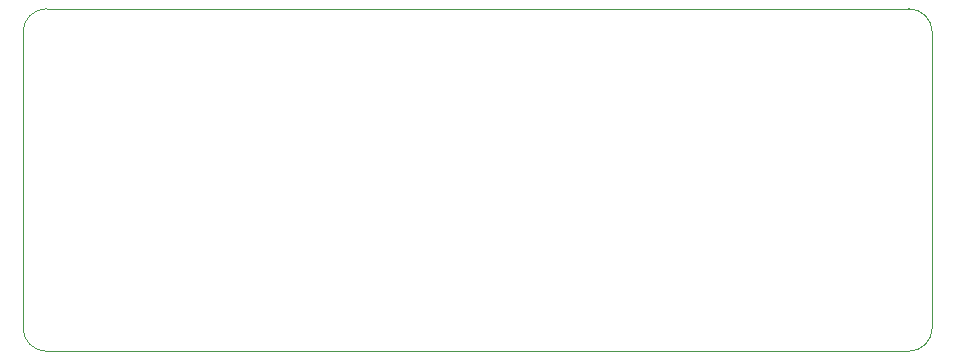
<source format=gbr>
G04*
G04 #@! TF.GenerationSoftware,Altium Limited,Altium Designer,23.8.1 (32)*
G04*
G04 Layer_Color=0*
%FSLAX43Y43*%
%MOMM*%
G71*
G04*
G04 #@! TF.SameCoordinates,4157314E-2F8B-4695-BFB2-F8FC6B21436D*
G04*
G04*
G04 #@! TF.FilePolarity,Positive*
G04*
G01*
G75*
%ADD50C,0.025*%
D50*
X50Y2050D02*
Y27050D01*
D02*
G02*
X2050Y29050I2000J0D01*
G01*
X75050D01*
D02*
G02*
X77050Y27050I0J-2000D01*
G01*
Y2050D01*
D02*
G02*
X75050Y50I-2000J0D01*
G01*
X2050D01*
D02*
G02*
X50Y2050I0J2000D01*
G01*
M02*

</source>
